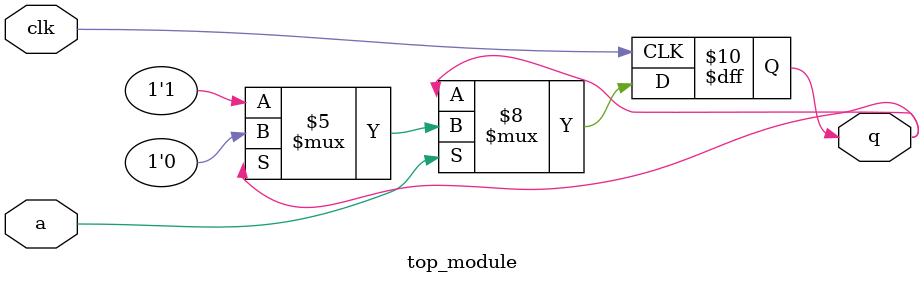
<source format=sv>
module top_module (
	input clk,
	input a, 
	output reg q
);

always @(posedge clk) begin
	if (a == 0) begin
		q <= q;
	end else if (q == 0) begin
		q <= 1;
	end else begin
		q <= 0;
	end
end

endmodule

</source>
